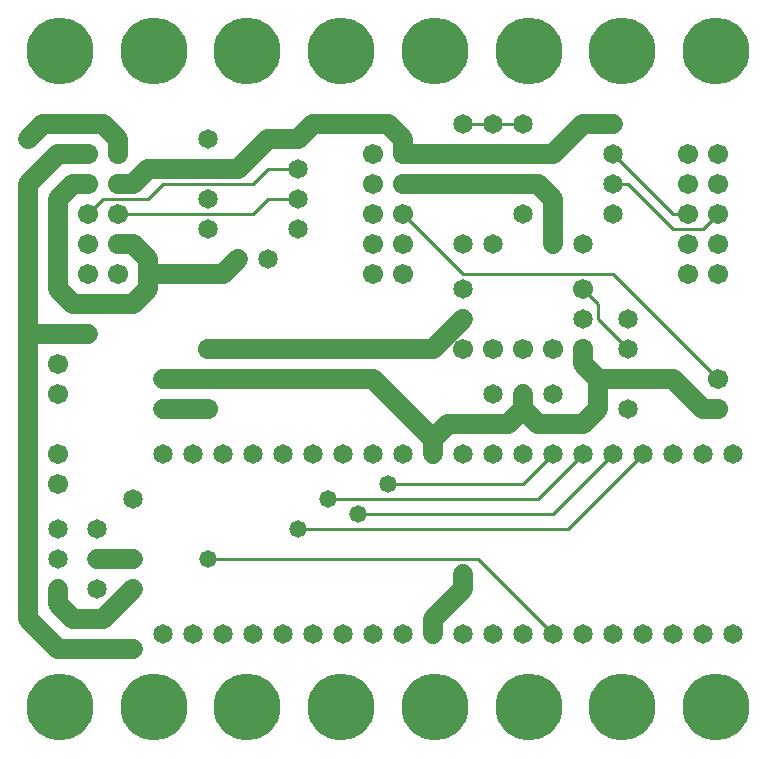
<source format=gbl>
%MOIN*%
%FSLAX25Y25*%
G04 D10 used for Character Trace; *
G04     Circle (OD=.01000) (No hole)*
G04 D11 used for Power Trace; *
G04     Circle (OD=.06500) (No hole)*
G04 D12 used for Signal Trace; *
G04     Circle (OD=.01100) (No hole)*
G04 D13 used for Via; *
G04     Circle (OD=.05800) (Round. Hole ID=.02800)*
G04 D14 used for Component hole; *
G04     Circle (OD=.06500) (Round. Hole ID=.03500)*
G04 D15 used for Component hole; *
G04     Circle (OD=.06700) (Round. Hole ID=.04300)*
G04 D16 used for Component hole; *
G04     Circle (OD=.08100) (Round. Hole ID=.05100)*
G04 D17 used for Component hole; *
G04     Circle (OD=.08900) (Round. Hole ID=.05900)*
G04 D18 used for Component hole; *
G04     Circle (OD=.11300) (Round. Hole ID=.08300)*
G04 D19 used for Component hole; *
G04     Circle (OD=.16000) (Round. Hole ID=.13000)*
G04 D20 used for Component hole; *
G04     Circle (OD=.18300) (Round. Hole ID=.15300)*
G04 D21 used for Component hole; *
G04     Circle (OD=.22291) (Round. Hole ID=.19291)*
%ADD10C,.01000*%
%ADD11C,.06500*%
%ADD12C,.01100*%
%ADD13C,.05800*%
%ADD14C,.06500*%
%ADD15C,.06700*%
%ADD16C,.08100*%
%ADD17C,.08900*%
%ADD18C,.11300*%
%ADD19C,.16000*%
%ADD20C,.18300*%
%ADD21C,.22291*%
%IPPOS*%
%LPD*%
G90*X0Y0D02*D21*X15625Y15625D03*D11*              
X15000Y35000D02*X40000D01*D14*D03*D11*            
X20000Y45000D02*X30000D01*X20000D02*              
X15000Y50000D01*Y55000D01*D14*D03*X28000Y65000D03*
D11*X40000D01*D14*D03*Y55000D03*D11*              
X30000Y45000D01*D14*X28000Y55000D03*D11*          
X15000Y35000D02*X5000Y45000D01*Y140000D01*        
X25000D01*D13*D03*D15*X15000Y130000D03*D11*       
X20000Y150000D02*X40000D01*X45000Y155000D01*      
Y160000D01*X70000D01*X75000Y165000D01*D14*D03*    
X65000Y175000D03*X85000Y165000D03*D12*            
X35000Y180000D02*X80000D01*D15*X35000D03*D12*     
X25000D02*X30000Y185000D01*D15*X25000Y180000D03*  
D12*X30000Y185000D02*X45000D01*X50000Y190000D01*  
X80000D01*X85000Y195000D01*X95000D01*D14*D03*D11* 
X75000D02*X85000Y205000D01*X65000Y195000D02*      
X75000D01*D14*X65000D03*D11*X45000D01*            
X40000Y190000D01*X35000D01*D15*D03*               
X25000Y200000D03*D11*X15000D01*X5000Y190000D01*   
Y140000D01*X20000Y150000D02*X15000Y155000D01*     
Y185000D01*X20000Y190000D01*X25000D01*D15*D03*    
X35000Y200000D03*D11*Y205000D01*X30000Y210000D01* 
X10000D01*X5000Y205000D01*D13*D03*D21*            
X15625Y234375D03*D11*X45000Y165000D02*            
X40000Y170000D01*X45000Y160000D02*Y165000D01*D15* 
X35000Y170000D03*D11*X40000D01*D15*               
X35000Y160000D03*X25000Y170000D03*Y160000D03*D14* 
X65000Y185000D03*Y205000D03*D15*Y135000D03*D11*   
X90000D01*D14*D03*D11*X140000D01*                 
X150000Y145000D01*D14*D03*D15*X160000Y135000D03*  
D14*X150000Y155000D03*D15*Y135000D03*D12*         
Y160000D02*X200000D01*X235000Y125000D01*D15*D03*  
D11*X230000Y115000D02*X235000D01*D15*D03*D11*     
X230000D02*X220000Y125000D01*X205000D01*D14*D03*  
D11*X195000D01*Y115000D01*X190000Y110000D01*      
X175000D01*X170000Y115000D01*X165000Y110000D01*   
X145000D01*X140000Y105000D01*Y100000D01*D14*D03*  
D11*Y105000D02*X120000Y125000D01*X90000D01*D14*   
D03*D11*X75000D01*D15*D03*D11*X50000D01*D14*D03*  
Y115000D03*D11*X65000D01*D15*D03*D14*             
X80000Y100000D03*X50000D03*X60000D03*X70000D03*   
X90000D03*X40000Y85000D03*X100000Y100000D03*      
X28000Y75000D03*D13*X105000Y85000D03*D12*         
X175000D01*X190000Y100000D01*D14*D03*X200000D03*  
D12*X180000Y80000D01*X115000D01*D13*D03*          
X125000Y90000D03*D12*X170000D01*X180000Y100000D01*
D14*D03*X170000D03*D11*Y115000D02*Y120000D01*D14* 
D03*X180000D03*X160000D03*D15*X180000Y135000D03*  
X170000D03*D14*X150000Y100000D03*X160000D03*D11*  
X195000Y125000D02*X190000Y130000D01*Y135000D01*   
D15*D03*D12*X205000D02*X195000Y145000D01*D14*     
X205000Y135000D03*D12*X195000Y145000D02*          
Y150000D01*X190000Y155000D01*D15*D03*D14*         
Y145000D03*X205000D03*X190000Y170000D03*          
X180000D03*D11*Y185000D01*X175000Y190000D01*      
X170000D01*D14*D03*D11*X130000D01*D15*D03*        
X120000Y200000D03*Y180000D03*X130000Y200000D03*   
D11*X170000D01*D14*D03*D11*X180000D01*            
X190000Y210000D01*X200000D01*D14*D03*Y200000D03*  
D12*X220000Y180000D01*X225000D01*D15*D03*D12*     
X220000Y175000D02*X230000D01*X220000D02*          
X205000Y190000D01*X200000D01*D14*D03*Y180000D03*  
D15*X225000Y170000D03*Y190000D03*Y200000D03*D14*  
X170000Y210000D03*D12*X160000D01*D14*D03*D12*     
X150000D01*D14*D03*D11*X130000Y200000D02*         
Y205000D01*X125000Y210000D01*X100000D01*          
X95000Y205000D01*D14*D03*D11*X85000D01*D12*       
X80000Y180000D02*X85000Y185000D01*X95000D01*D14*  
D03*Y175000D03*D15*X120000Y160000D03*Y170000D03*  
Y190000D03*X130000Y160000D03*Y170000D03*          
Y180000D03*D12*X150000Y160000D01*D14*             
X160000Y170000D03*X150000D03*X170000Y180000D03*   
X205000Y115000D03*X210000Y100000D03*D12*          
X185000Y75000D01*X95000D01*D13*D03*D14*           
X120000Y100000D03*X110000D03*D13*X65000Y65000D03* 
D12*X155000D01*X180000Y40000D01*D14*D03*          
X190000D03*X170000D03*X200000D03*X160000D03*D21*  
X203125Y15625D03*X171875D03*D13*X150000Y60000D03* 
D11*Y55000D01*X140000Y45000D01*Y40000D01*D14*D03* 
X150000D03*X130000D03*X120000D03*D21*             
X140625Y15625D03*D14*X110000Y40000D03*D21*        
X109375Y15625D03*D14*X100000Y40000D03*X90000D03*  
X80000D03*X130000Y100000D03*D21*X78125Y15625D03*  
D14*X210000Y40000D03*X70000D03*X220000D03*        
X60000D03*X220000Y100000D03*X230000Y40000D03*     
X50000D03*X230000Y100000D03*D21*X234375Y15625D03* 
X46875D03*D14*X240000Y40000D03*Y100000D03*D15*    
X235000Y160000D03*X225000D03*X15000Y120000D03*    
Y100000D03*Y90000D03*D14*Y75000D03*Y65000D03*D15* 
X235000Y170000D03*D12*X230000Y175000D02*          
X235000Y180000D01*D15*D03*Y190000D03*Y200000D03*  
D21*X234375Y234375D03*X203125D03*X171875D03*      
X140625D03*X109375D03*X78125D03*X46875D03*M02*    

</source>
